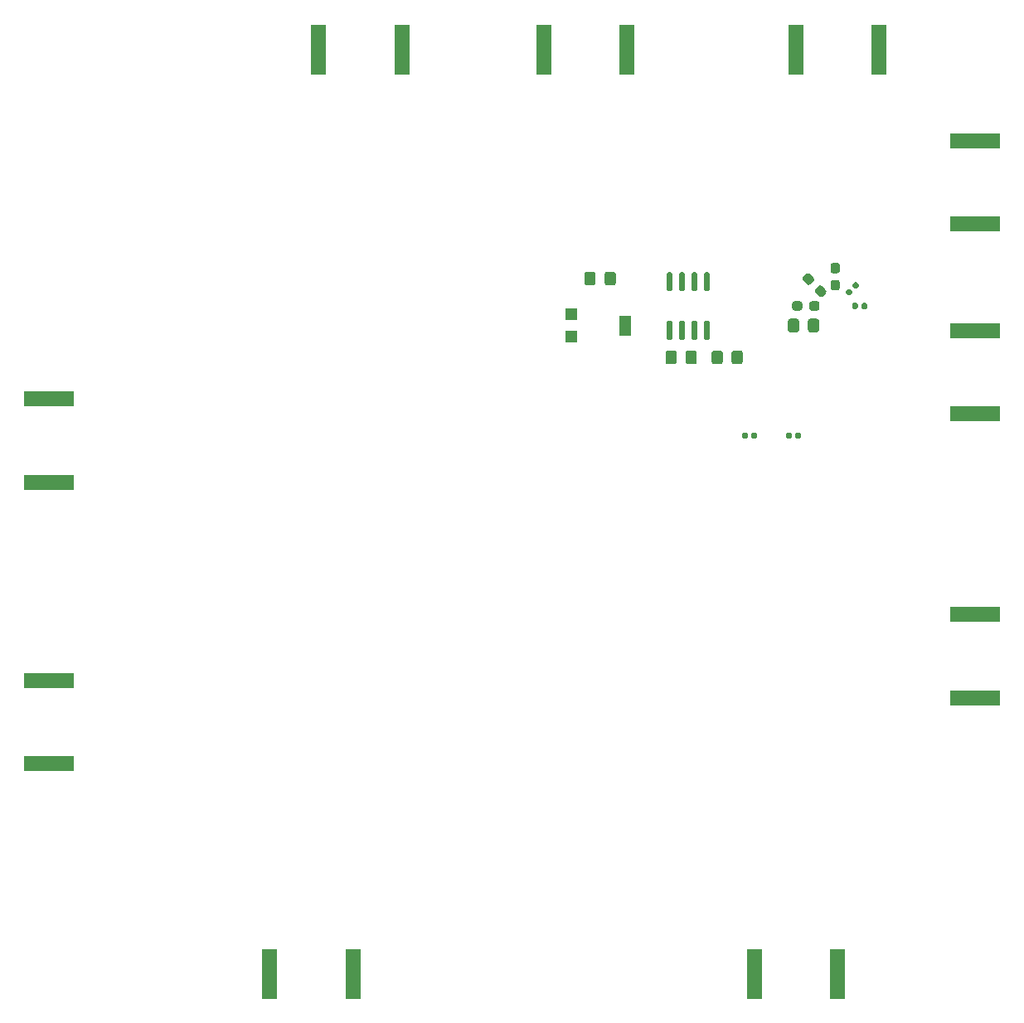
<source format=gbr>
G04 #@! TF.GenerationSoftware,KiCad,Pcbnew,5.1.6-c6e7f7d~86~ubuntu18.04.1*
G04 #@! TF.CreationDate,2020-05-28T18:44:08+01:00*
G04 #@! TF.ProjectId,multi-smtpa,6d756c74-692d-4736-9d74-70612e6b6963,rev?*
G04 #@! TF.SameCoordinates,Original*
G04 #@! TF.FileFunction,Paste,Bot*
G04 #@! TF.FilePolarity,Positive*
%FSLAX46Y46*%
G04 Gerber Fmt 4.6, Leading zero omitted, Abs format (unit mm)*
G04 Created by KiCad (PCBNEW 5.1.6-c6e7f7d~86~ubuntu18.04.1) date 2020-05-28 18:44:08*
%MOMM*%
%LPD*%
G01*
G04 APERTURE LIST*
%ADD10R,1.300000X1.300000*%
%ADD11R,1.300000X2.000000*%
%ADD12R,5.080000X1.500000*%
%ADD13R,1.500000X5.080000*%
G04 APERTURE END LIST*
D10*
X156050000Y-79850000D03*
D11*
X161550000Y-81000000D03*
D10*
X156050000Y-82150000D03*
G36*
G01*
X170055000Y-77500000D02*
X169755000Y-77500000D01*
G75*
G02*
X169605000Y-77350000I0J150000D01*
G01*
X169605000Y-75700000D01*
G75*
G02*
X169755000Y-75550000I150000J0D01*
G01*
X170055000Y-75550000D01*
G75*
G02*
X170205000Y-75700000I0J-150000D01*
G01*
X170205000Y-77350000D01*
G75*
G02*
X170055000Y-77500000I-150000J0D01*
G01*
G37*
G36*
G01*
X168785000Y-77500000D02*
X168485000Y-77500000D01*
G75*
G02*
X168335000Y-77350000I0J150000D01*
G01*
X168335000Y-75700000D01*
G75*
G02*
X168485000Y-75550000I150000J0D01*
G01*
X168785000Y-75550000D01*
G75*
G02*
X168935000Y-75700000I0J-150000D01*
G01*
X168935000Y-77350000D01*
G75*
G02*
X168785000Y-77500000I-150000J0D01*
G01*
G37*
G36*
G01*
X167515000Y-77500000D02*
X167215000Y-77500000D01*
G75*
G02*
X167065000Y-77350000I0J150000D01*
G01*
X167065000Y-75700000D01*
G75*
G02*
X167215000Y-75550000I150000J0D01*
G01*
X167515000Y-75550000D01*
G75*
G02*
X167665000Y-75700000I0J-150000D01*
G01*
X167665000Y-77350000D01*
G75*
G02*
X167515000Y-77500000I-150000J0D01*
G01*
G37*
G36*
G01*
X166245000Y-77500000D02*
X165945000Y-77500000D01*
G75*
G02*
X165795000Y-77350000I0J150000D01*
G01*
X165795000Y-75700000D01*
G75*
G02*
X165945000Y-75550000I150000J0D01*
G01*
X166245000Y-75550000D01*
G75*
G02*
X166395000Y-75700000I0J-150000D01*
G01*
X166395000Y-77350000D01*
G75*
G02*
X166245000Y-77500000I-150000J0D01*
G01*
G37*
G36*
G01*
X166245000Y-82450000D02*
X165945000Y-82450000D01*
G75*
G02*
X165795000Y-82300000I0J150000D01*
G01*
X165795000Y-80650000D01*
G75*
G02*
X165945000Y-80500000I150000J0D01*
G01*
X166245000Y-80500000D01*
G75*
G02*
X166395000Y-80650000I0J-150000D01*
G01*
X166395000Y-82300000D01*
G75*
G02*
X166245000Y-82450000I-150000J0D01*
G01*
G37*
G36*
G01*
X167515000Y-82450000D02*
X167215000Y-82450000D01*
G75*
G02*
X167065000Y-82300000I0J150000D01*
G01*
X167065000Y-80650000D01*
G75*
G02*
X167215000Y-80500000I150000J0D01*
G01*
X167515000Y-80500000D01*
G75*
G02*
X167665000Y-80650000I0J-150000D01*
G01*
X167665000Y-82300000D01*
G75*
G02*
X167515000Y-82450000I-150000J0D01*
G01*
G37*
G36*
G01*
X168785000Y-82450000D02*
X168485000Y-82450000D01*
G75*
G02*
X168335000Y-82300000I0J150000D01*
G01*
X168335000Y-80650000D01*
G75*
G02*
X168485000Y-80500000I150000J0D01*
G01*
X168785000Y-80500000D01*
G75*
G02*
X168935000Y-80650000I0J-150000D01*
G01*
X168935000Y-82300000D01*
G75*
G02*
X168785000Y-82450000I-150000J0D01*
G01*
G37*
G36*
G01*
X170055000Y-82450000D02*
X169755000Y-82450000D01*
G75*
G02*
X169605000Y-82300000I0J150000D01*
G01*
X169605000Y-80650000D01*
G75*
G02*
X169755000Y-80500000I150000J0D01*
G01*
X170055000Y-80500000D01*
G75*
G02*
X170205000Y-80650000I0J-150000D01*
G01*
X170205000Y-82300000D01*
G75*
G02*
X170055000Y-82450000I-150000J0D01*
G01*
G37*
G36*
G01*
X167725000Y-84700001D02*
X167725000Y-83799999D01*
G75*
G02*
X167974999Y-83550000I249999J0D01*
G01*
X168625001Y-83550000D01*
G75*
G02*
X168875000Y-83799999I0J-249999D01*
G01*
X168875000Y-84700001D01*
G75*
G02*
X168625001Y-84950000I-249999J0D01*
G01*
X167974999Y-84950000D01*
G75*
G02*
X167725000Y-84700001I0J249999D01*
G01*
G37*
G36*
G01*
X165675000Y-84700001D02*
X165675000Y-83799999D01*
G75*
G02*
X165924999Y-83550000I249999J0D01*
G01*
X166575001Y-83550000D01*
G75*
G02*
X166825000Y-83799999I0J-249999D01*
G01*
X166825000Y-84700001D01*
G75*
G02*
X166575001Y-84950000I-249999J0D01*
G01*
X165924999Y-84950000D01*
G75*
G02*
X165675000Y-84700001I0J249999D01*
G01*
G37*
G36*
G01*
X159450000Y-76650001D02*
X159450000Y-75749999D01*
G75*
G02*
X159699999Y-75500000I249999J0D01*
G01*
X160350001Y-75500000D01*
G75*
G02*
X160600000Y-75749999I0J-249999D01*
G01*
X160600000Y-76650001D01*
G75*
G02*
X160350001Y-76900000I-249999J0D01*
G01*
X159699999Y-76900000D01*
G75*
G02*
X159450000Y-76650001I0J249999D01*
G01*
G37*
G36*
G01*
X157400000Y-76650001D02*
X157400000Y-75749999D01*
G75*
G02*
X157649999Y-75500000I249999J0D01*
G01*
X158300001Y-75500000D01*
G75*
G02*
X158550000Y-75749999I0J-249999D01*
G01*
X158550000Y-76650001D01*
G75*
G02*
X158300001Y-76900000I-249999J0D01*
G01*
X157649999Y-76900000D01*
G75*
G02*
X157400000Y-76650001I0J249999D01*
G01*
G37*
D12*
X197250000Y-62100000D03*
X197250000Y-70600000D03*
G36*
G01*
X185690000Y-79172500D02*
X185690000Y-78827500D01*
G75*
G02*
X185837500Y-78680000I147500J0D01*
G01*
X186132500Y-78680000D01*
G75*
G02*
X186280000Y-78827500I0J-147500D01*
G01*
X186280000Y-79172500D01*
G75*
G02*
X186132500Y-79320000I-147500J0D01*
G01*
X185837500Y-79320000D01*
G75*
G02*
X185690000Y-79172500I0J147500D01*
G01*
G37*
G36*
G01*
X184720000Y-79172500D02*
X184720000Y-78827500D01*
G75*
G02*
X184867500Y-78680000I147500J0D01*
G01*
X185162500Y-78680000D01*
G75*
G02*
X185310000Y-78827500I0J-147500D01*
G01*
X185310000Y-79172500D01*
G75*
G02*
X185162500Y-79320000I-147500J0D01*
G01*
X184867500Y-79320000D01*
G75*
G02*
X184720000Y-79172500I0J147500D01*
G01*
G37*
G36*
G01*
X179325000Y-80549999D02*
X179325000Y-81450001D01*
G75*
G02*
X179075001Y-81700000I-249999J0D01*
G01*
X178424999Y-81700000D01*
G75*
G02*
X178175000Y-81450001I0J249999D01*
G01*
X178175000Y-80549999D01*
G75*
G02*
X178424999Y-80300000I249999J0D01*
G01*
X179075001Y-80300000D01*
G75*
G02*
X179325000Y-80549999I0J-249999D01*
G01*
G37*
G36*
G01*
X181375000Y-80549999D02*
X181375000Y-81450001D01*
G75*
G02*
X181125001Y-81700000I-249999J0D01*
G01*
X180474999Y-81700000D01*
G75*
G02*
X180225000Y-81450001I0J249999D01*
G01*
X180225000Y-80549999D01*
G75*
G02*
X180474999Y-80300000I249999J0D01*
G01*
X181125001Y-80300000D01*
G75*
G02*
X181375000Y-80549999I0J-249999D01*
G01*
G37*
G36*
G01*
X185006326Y-77237625D02*
X184762375Y-76993673D01*
G75*
G02*
X184762375Y-76785077I104298J104298D01*
G01*
X184970971Y-76576481D01*
G75*
G02*
X185179567Y-76576481I104298J-104298D01*
G01*
X185423519Y-76820433D01*
G75*
G02*
X185423519Y-77029029I-104298J-104298D01*
G01*
X185214923Y-77237625D01*
G75*
G02*
X185006327Y-77237625I-104298J104298D01*
G01*
G37*
G36*
G01*
X184320432Y-77923519D02*
X184076481Y-77679567D01*
G75*
G02*
X184076481Y-77470971I104298J104298D01*
G01*
X184285077Y-77262375D01*
G75*
G02*
X184493673Y-77262375I104298J-104298D01*
G01*
X184737625Y-77506327D01*
G75*
G02*
X184737625Y-77714923I-104298J-104298D01*
G01*
X184529029Y-77923519D01*
G75*
G02*
X184320433Y-77923519I-104298J104298D01*
G01*
G37*
G36*
G01*
X180801733Y-76465857D02*
X180465857Y-76801733D01*
G75*
G02*
X180129981Y-76801733I-167938J167938D01*
G01*
X179723395Y-76395147D01*
G75*
G02*
X179723395Y-76059271I167938J167938D01*
G01*
X180059271Y-75723395D01*
G75*
G02*
X180395147Y-75723395I167938J-167938D01*
G01*
X180801733Y-76129981D01*
G75*
G02*
X180801733Y-76465857I-167938J-167938D01*
G01*
G37*
G36*
G01*
X182039169Y-77703293D02*
X181703293Y-78039169D01*
G75*
G02*
X181367417Y-78039169I-167938J167938D01*
G01*
X180960831Y-77632583D01*
G75*
G02*
X180960831Y-77296707I167938J167938D01*
G01*
X181296707Y-76960831D01*
G75*
G02*
X181632583Y-76960831I167938J-167938D01*
G01*
X182039169Y-77367417D01*
G75*
G02*
X182039169Y-77703293I-167938J-167938D01*
G01*
G37*
G36*
G01*
X183237500Y-75650000D02*
X182762500Y-75650000D01*
G75*
G02*
X182525000Y-75412500I0J237500D01*
G01*
X182525000Y-74837500D01*
G75*
G02*
X182762500Y-74600000I237500J0D01*
G01*
X183237500Y-74600000D01*
G75*
G02*
X183475000Y-74837500I0J-237500D01*
G01*
X183475000Y-75412500D01*
G75*
G02*
X183237500Y-75650000I-237500J0D01*
G01*
G37*
G36*
G01*
X183237500Y-77400000D02*
X182762500Y-77400000D01*
G75*
G02*
X182525000Y-77162500I0J237500D01*
G01*
X182525000Y-76587500D01*
G75*
G02*
X182762500Y-76350000I237500J0D01*
G01*
X183237500Y-76350000D01*
G75*
G02*
X183475000Y-76587500I0J-237500D01*
G01*
X183475000Y-77162500D01*
G75*
G02*
X183237500Y-77400000I-237500J0D01*
G01*
G37*
G36*
G01*
X172425000Y-84700001D02*
X172425000Y-83799999D01*
G75*
G02*
X172674999Y-83550000I249999J0D01*
G01*
X173325001Y-83550000D01*
G75*
G02*
X173575000Y-83799999I0J-249999D01*
G01*
X173575000Y-84700001D01*
G75*
G02*
X173325001Y-84950000I-249999J0D01*
G01*
X172674999Y-84950000D01*
G75*
G02*
X172425000Y-84700001I0J249999D01*
G01*
G37*
G36*
G01*
X170375000Y-84700001D02*
X170375000Y-83799999D01*
G75*
G02*
X170624999Y-83550000I249999J0D01*
G01*
X171275001Y-83550000D01*
G75*
G02*
X171525000Y-83799999I0J-249999D01*
G01*
X171525000Y-84700001D01*
G75*
G02*
X171275001Y-84950000I-249999J0D01*
G01*
X170624999Y-84950000D01*
G75*
G02*
X170375000Y-84700001I0J249999D01*
G01*
G37*
G36*
G01*
X179650000Y-78762500D02*
X179650000Y-79237500D01*
G75*
G02*
X179412500Y-79475000I-237500J0D01*
G01*
X178837500Y-79475000D01*
G75*
G02*
X178600000Y-79237500I0J237500D01*
G01*
X178600000Y-78762500D01*
G75*
G02*
X178837500Y-78525000I237500J0D01*
G01*
X179412500Y-78525000D01*
G75*
G02*
X179650000Y-78762500I0J-237500D01*
G01*
G37*
G36*
G01*
X181400000Y-78762500D02*
X181400000Y-79237500D01*
G75*
G02*
X181162500Y-79475000I-237500J0D01*
G01*
X180587500Y-79475000D01*
G75*
G02*
X180350000Y-79237500I0J237500D01*
G01*
X180350000Y-78762500D01*
G75*
G02*
X180587500Y-78525000I237500J0D01*
G01*
X181162500Y-78525000D01*
G75*
G02*
X181400000Y-78762500I0J-237500D01*
G01*
G37*
G36*
G01*
X174075000Y-92077500D02*
X174075000Y-92422500D01*
G75*
G02*
X173927500Y-92570000I-147500J0D01*
G01*
X173632500Y-92570000D01*
G75*
G02*
X173485000Y-92422500I0J147500D01*
G01*
X173485000Y-92077500D01*
G75*
G02*
X173632500Y-91930000I147500J0D01*
G01*
X173927500Y-91930000D01*
G75*
G02*
X174075000Y-92077500I0J-147500D01*
G01*
G37*
G36*
G01*
X175045000Y-92077500D02*
X175045000Y-92422500D01*
G75*
G02*
X174897500Y-92570000I-147500J0D01*
G01*
X174602500Y-92570000D01*
G75*
G02*
X174455000Y-92422500I0J147500D01*
G01*
X174455000Y-92077500D01*
G75*
G02*
X174602500Y-91930000I147500J0D01*
G01*
X174897500Y-91930000D01*
G75*
G02*
X175045000Y-92077500I0J-147500D01*
G01*
G37*
G36*
G01*
X178940000Y-92422500D02*
X178940000Y-92077500D01*
G75*
G02*
X179087500Y-91930000I147500J0D01*
G01*
X179382500Y-91930000D01*
G75*
G02*
X179530000Y-92077500I0J-147500D01*
G01*
X179530000Y-92422500D01*
G75*
G02*
X179382500Y-92570000I-147500J0D01*
G01*
X179087500Y-92570000D01*
G75*
G02*
X178940000Y-92422500I0J147500D01*
G01*
G37*
G36*
G01*
X177970000Y-92422500D02*
X177970000Y-92077500D01*
G75*
G02*
X178117500Y-91930000I147500J0D01*
G01*
X178412500Y-91930000D01*
G75*
G02*
X178560000Y-92077500I0J-147500D01*
G01*
X178560000Y-92422500D01*
G75*
G02*
X178412500Y-92570000I-147500J0D01*
G01*
X178117500Y-92570000D01*
G75*
G02*
X177970000Y-92422500I0J147500D01*
G01*
G37*
D13*
X161750000Y-52800000D03*
X153250000Y-52800000D03*
X138750000Y-52800000D03*
X130250000Y-52800000D03*
D12*
X197250000Y-119000000D03*
X197250000Y-110500000D03*
X197250000Y-90000000D03*
X197250000Y-81500000D03*
X102750000Y-117250000D03*
X102750000Y-125750000D03*
D13*
X187500000Y-52800000D03*
X179000000Y-52800000D03*
X125250000Y-147200000D03*
X133750000Y-147200000D03*
X174750000Y-147200000D03*
X183250000Y-147200000D03*
D12*
X102750000Y-88500000D03*
X102750000Y-97000000D03*
M02*

</source>
